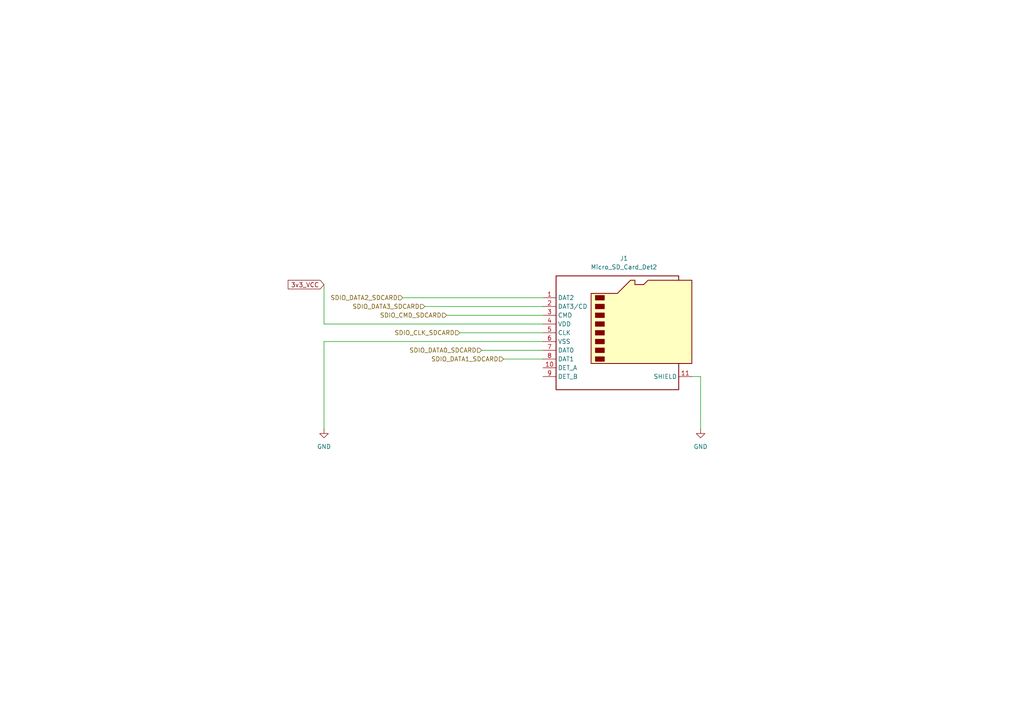
<source format=kicad_sch>
(kicad_sch (version 20250114) (generator "eeschema") (generator_version "9.0")
  (paper "A4")
  (lib_symbols
    (symbol "Connector:Micro_SD_Card_Det2"
      (property "Reference" "J" (at -16.51 17.78 0))
      (property "Value" "Micro_SD_Card_Det2" (at 16.51 17.78 0))
      (symbol "Micro_SD_Card_Det2_0_1"
        (polyline (pts (xy -8.89 -8.89) (xy -8.89 11.43) (xy -1.27 11.43) (xy 2.54 15.24) (xy 3.81 15.24) (xy 3.81 13.97) (xy 6.35 13.97) (xy 7.62 15.24) (xy 20.32 15.24) (xy 20.32 -8.89) (xy -8.89 -8.89)) (stroke (width 0.254)) (fill (type background)))
        (rectangle (start -7.62 10.795) (end -5.08 9.525) (stroke (width 0.254)) (fill (type outline)))
        (rectangle (start -7.62 8.255) (end -5.08 6.985) (stroke (width 0.254)) (fill (type outline)))
        (rectangle (start -7.62 5.715) (end -5.08 4.445) (stroke (width 0.254)) (fill (type outline)))
        (rectangle (start -7.62 3.175) (end -5.08 1.905) (stroke (width 0.254)) (fill (type outline)))
        (rectangle (start -7.62 0.635) (end -5.08 -0.635) (stroke (width 0.254)) (fill (type outline)))
        (rectangle (start -7.62 -1.905) (end -5.08 -3.175) (stroke (width 0.254)) (fill (type outline)))
        (rectangle (start -7.62 -4.445) (end -5.08 -5.715) (stroke (width 0.254)) (fill (type outline)))
        (rectangle (start -7.62 -6.985) (end -5.08 -8.255) (stroke (width 0.254)) (fill (type outline)))
        (polyline (pts (xy 16.51 15.24) (xy 16.51 16.51) (xy -19.05 16.51) (xy -19.05 -16.51) (xy 16.51 -16.51) (xy 16.51 -8.89)) (stroke (width 0.254)))
      )
      (symbol "Micro_SD_Card_Det2_1_1"
        (pin bidirectional line (at -22.86 10.16 0) (length 3.81) (name "DAT2") (number "1"))
        (pin bidirectional line (at -22.86 7.62 0) (length 3.81) (name "DAT3/CD") (number "2"))
        (pin input line (at -22.86 5.08 0) (length 3.81) (name "CMD") (number "3"))
        (pin power_in line (at -22.86 2.54 0) (length 3.81) (name "VDD") (number "4"))
        (pin input line (at -22.86 0 0) (length 3.81) (name "CLK") (number "5"))
        (pin power_in line (at -22.86 -2.54 0) (length 3.81) (name "VSS") (number "6"))
        (pin bidirectional line (at -22.86 -5.08 0) (length 3.81) (name "DAT0") (number "7"))
        (pin bidirectional line (at -22.86 -7.62 0) (length 3.81) (name "DAT1") (number "8"))
        (pin passive line (at -22.86 -10.16 0) (length 3.81) (name "DET_A") (number "10"))
        (pin passive line (at -22.86 -12.7 0) (length 3.81) (name "DET_B") (number "9"))
        (pin passive line (at 20.32 -12.7 180) (length 3.81) (name "SHIELD") (number "11"))
      )
    )
    (symbol "power:GND" (power) (pin_numbers (hide yes)) (pin_names (offset 0) (hide yes))
      (property "Value" "GND" (at 0 -3.81 0))
      (symbol "GND_0_1"
        (polyline (pts (xy 0 0) (xy 0 -1.27) (xy 1.27 -1.27) (xy 0 -2.54) (xy -1.27 -1.27) (xy 0 -1.27)))
      )
      (symbol "GND_1_1"
        (pin power_in line (at 0 0 270) (length 0) (name "~") (number "1"))
      )
    )
  )
  (wire (pts (xy 93.98 93.98) (xy 157.48 93.98)))
  (wire (pts (xy 200.66 109.22) (xy 203.2 109.22)))
  (wire (pts (xy 203.2 109.22) (xy 203.2 124.46)))
  (wire (pts (xy 93.98 93.98) (xy 93.98 82.55)))
  (wire (pts (xy 157.48 91.44) (xy 129.54 91.44)))
  (wire (pts (xy 146.05 104.14) (xy 157.48 104.14)))
  (wire (pts (xy 93.98 99.06) (xy 157.48 99.06)))
  (wire (pts (xy 157.48 88.9) (xy 123.19 88.9)))
  (wire (pts (xy 116.84 86.36) (xy 157.48 86.36)))
  (wire (pts (xy 157.48 101.6) (xy 139.7 101.6)))
  (wire (pts (xy 133.35 96.52) (xy 157.48 96.52)))
  (wire (pts (xy 93.98 124.46) (xy 93.98 99.06)))
  (global_label "3v3_VCC" (shape input) (at 93.98 82.55 180) (property "Intersheetrefs" "${INTERSHEET_REFS}" (effects (hide yes))))
  (hierarchical_label "SDIO_DATA2_SDCARD" (shape input) (at 116.84 86.36 180))
  (hierarchical_label "SDIO_DATA3_SDCARD" (shape input) (at 123.19 88.9 180))
  (hierarchical_label "SDIO_DATA1_SDCARD" (shape input) (at 146.05 104.14 180))
  (hierarchical_label "SDIO_CMD_SDCARD" (shape input) (at 129.54 91.44 180))
  (hierarchical_label "SDIO_CLK_SDCARD" (shape input) (at 133.35 96.52 180))
  (hierarchical_label "SDIO_DATA0_SDCARD" (shape input) (at 139.7 101.6 180))
  (symbol (lib_id "power:GND") (at 93.98 124.46 0) (unit 1)
    (property "Reference" "#PWR04" (effects (hide yes)))
    (property "Value" "GND" (at 93.98 129.54 0))
    (property "Description" "Power symbol creates a global label with name \"GND\" , ground" (effects (hide yes)))
  )
  (symbol (lib_id "Connector:Micro_SD_Card_Det2") (at 180.34 96.52 0) (unit 1)
    (property "Reference" "J1" (at 180.975 74.93 0))
    (property "Value" "Micro_SD_Card_Det2" (at 180.975 77.47 0))
    (property "Datasheet" "https://www.hirose.com/en/product/document?clcode=&productname=&series=DM3&documenttype=Catalog&lang=en&documentid=D49662_en" (effects (hide yes)))
    (property "Description" "Micro SD Card Socket with two card detection pins" (effects (hide yes)))
  )
  (symbol (lib_id "power:GND") (at 203.2 124.46 0) (unit 1)
    (property "Reference" "#PWR05" (effects (hide yes)))
    (property "Value" "GND" (at 203.2 129.54 0))
    (property "Description" "Power symbol creates a global label with name \"GND\" , ground" (effects (hide yes)))
  )
)
</source>
